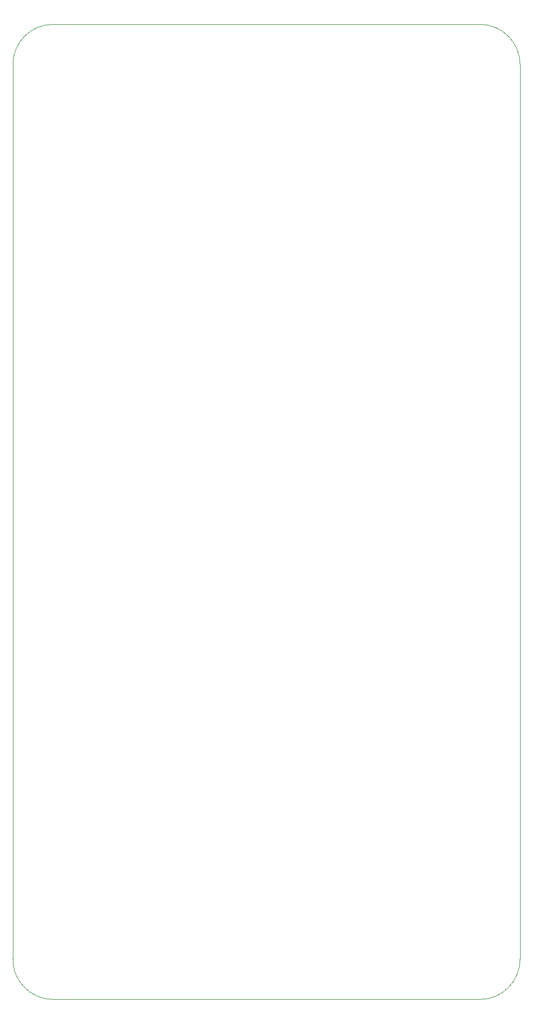
<source format=gbr>
%TF.GenerationSoftware,KiCad,Pcbnew,5.1.10*%
%TF.CreationDate,2021-10-06T22:42:20+01:00*%
%TF.ProjectId,BatteryPack,42617474-6572-4795-9061-636b2e6b6963,rev?*%
%TF.SameCoordinates,Original*%
%TF.FileFunction,Profile,NP*%
%FSLAX46Y46*%
G04 Gerber Fmt 4.6, Leading zero omitted, Abs format (unit mm)*
G04 Created by KiCad (PCBNEW 5.1.10) date 2021-10-06 22:42:20*
%MOMM*%
%LPD*%
G01*
G04 APERTURE LIST*
%TA.AperFunction,Profile*%
%ADD10C,0.050000*%
%TD*%
G04 APERTURE END LIST*
D10*
X120650000Y-160020000D02*
G75*
G02*
X114300000Y-166370000I-6350000J0D01*
G01*
X46990000Y-166370000D02*
G75*
G02*
X40640000Y-160020000I0J6350000D01*
G01*
X40640000Y-19050000D02*
G75*
G02*
X46990000Y-12700000I6350000J0D01*
G01*
X114300000Y-12700000D02*
G75*
G02*
X120650000Y-19050000I0J-6350000D01*
G01*
X114300000Y-166370000D02*
X46990000Y-166370000D01*
X40640000Y-160020000D02*
X40640000Y-19050000D01*
X120650000Y-19050000D02*
X120650000Y-160020000D01*
X46990000Y-12700000D02*
X114300000Y-12700000D01*
M02*

</source>
